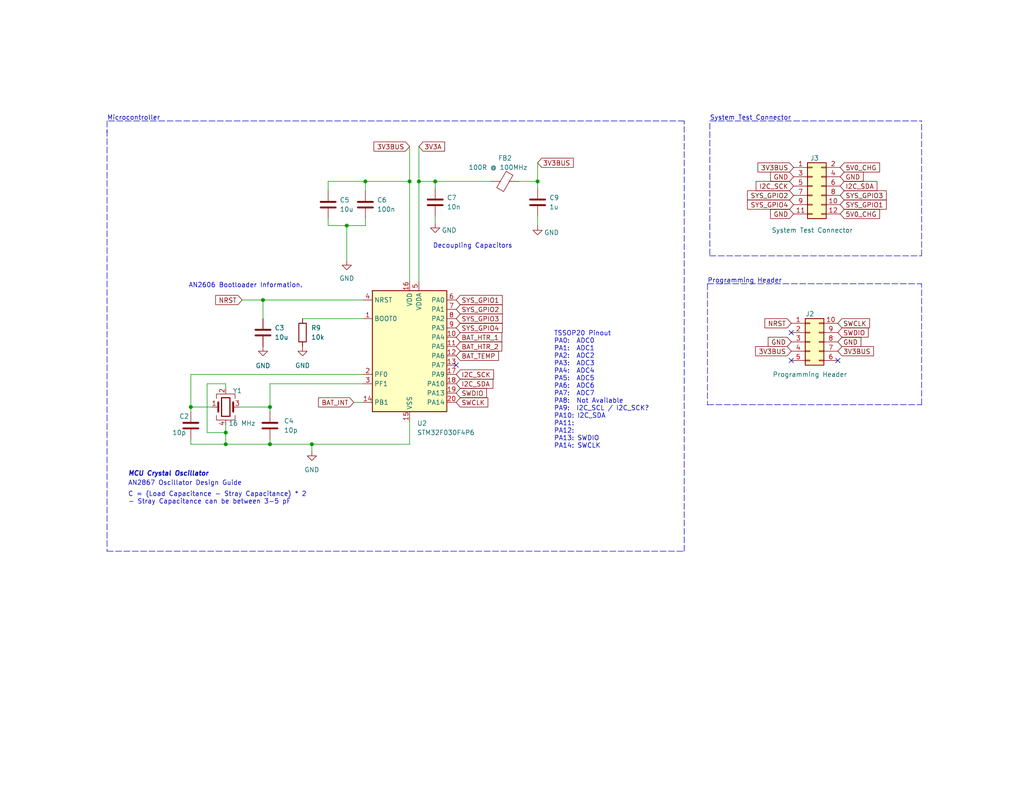
<source format=kicad_sch>
(kicad_sch (version 20211123) (generator eeschema)
  (paper "USLetter")
  (lib_symbols
    (symbol "Connector_Generic:Conn_02x05_Counter_Clockwise" (pin_names (offset 1.016) hide)
      (property "Reference" "J" (at 1.27 7.62 0))
      (property "Value" "Conn_02x05_Counter_Clockwise" (at 1.27 -7.62 0))
      (symbol "Conn_02x05_Counter_Clockwise_1_1"
        (rectangle (start -1.27 -4.953) (end 0 -5.207) (stroke (width 0.1524)))
        (rectangle (start -1.27 -2.413) (end 0 -2.667) (stroke (width 0.1524)))
        (rectangle (start -1.27 0.127) (end 0 -0.127) (stroke (width 0.1524)))
        (rectangle (start -1.27 2.667) (end 0 2.413) (stroke (width 0.1524)))
        (rectangle (start -1.27 5.207) (end 0 4.953) (stroke (width 0.1524)))
        (rectangle (start -1.27 6.35) (end 3.81 -6.35) (stroke (width 0.254)) (fill (type background)))
        (rectangle (start 3.81 -4.953) (end 2.54 -5.207) (stroke (width 0.1524)))
        (rectangle (start 3.81 -2.413) (end 2.54 -2.667) (stroke (width 0.1524)))
        (rectangle (start 3.81 0.127) (end 2.54 -0.127) (stroke (width 0.1524)))
        (rectangle (start 3.81 2.667) (end 2.54 2.413) (stroke (width 0.1524)))
        (rectangle (start 3.81 5.207) (end 2.54 4.953) (stroke (width 0.1524)))
        (pin passive line (at -5.08 5.08 0) (length 3.81) (name "Pin_1") (number "1"))
        (pin passive line (at 7.62 5.08 180) (length 3.81) (name "Pin_10") (number "10"))
        (pin passive line (at -5.08 2.54 0) (length 3.81) (name "Pin_2") (number "2"))
        (pin passive line (at -5.08 0 0) (length 3.81) (name "Pin_3") (number "3"))
        (pin passive line (at -5.08 -2.54 0) (length 3.81) (name "Pin_4") (number "4"))
        (pin passive line (at -5.08 -5.08 0) (length 3.81) (name "Pin_5") (number "5"))
        (pin passive line (at 7.62 -5.08 180) (length 3.81) (name "Pin_6") (number "6"))
        (pin passive line (at 7.62 -2.54 180) (length 3.81) (name "Pin_7") (number "7"))
        (pin passive line (at 7.62 0 180) (length 3.81) (name "Pin_8") (number "8"))
        (pin passive line (at 7.62 2.54 180) (length 3.81) (name "Pin_9") (number "9"))
      )
    )
    (symbol "Connector_Generic:Conn_02x06_Odd_Even" (pin_names (offset 1.016) hide)
      (property "Reference" "J" (at 1.27 7.62 0))
      (property "Value" "Conn_02x06_Odd_Even" (at 1.27 -10.16 0))
      (symbol "Conn_02x06_Odd_Even_1_1"
        (rectangle (start -1.27 -7.493) (end 0 -7.747) (stroke (width 0.1524)))
        (rectangle (start -1.27 -4.953) (end 0 -5.207) (stroke (width 0.1524)))
        (rectangle (start -1.27 -2.413) (end 0 -2.667) (stroke (width 0.1524)))
        (rectangle (start -1.27 0.127) (end 0 -0.127) (stroke (width 0.1524)))
        (rectangle (start -1.27 2.667) (end 0 2.413) (stroke (width 0.1524)))
        (rectangle (start -1.27 5.207) (end 0 4.953) (stroke (width 0.1524)))
        (rectangle (start -1.27 6.35) (end 3.81 -8.89) (stroke (width 0.254)) (fill (type background)))
        (rectangle (start 3.81 -7.493) (end 2.54 -7.747) (stroke (width 0.1524)))
        (rectangle (start 3.81 -4.953) (end 2.54 -5.207) (stroke (width 0.1524)))
        (rectangle (start 3.81 -2.413) (end 2.54 -2.667) (stroke (width 0.1524)))
        (rectangle (start 3.81 0.127) (end 2.54 -0.127) (stroke (width 0.1524)))
        (rectangle (start 3.81 2.667) (end 2.54 2.413) (stroke (width 0.1524)))
        (rectangle (start 3.81 5.207) (end 2.54 4.953) (stroke (width 0.1524)))
        (pin passive line (at -5.08 5.08 0) (length 3.81) (name "Pin_1") (number "1"))
        (pin passive line (at 7.62 -5.08 180) (length 3.81) (name "Pin_10") (number "10"))
        (pin passive line (at -5.08 -7.62 0) (length 3.81) (name "Pin_11") (number "11"))
        (pin passive line (at 7.62 -7.62 180) (length 3.81) (name "Pin_12") (number "12"))
        (pin passive line (at 7.62 5.08 180) (length 3.81) (name "Pin_2") (number "2"))
        (pin passive line (at -5.08 2.54 0) (length 3.81) (name "Pin_3") (number "3"))
        (pin passive line (at 7.62 2.54 180) (length 3.81) (name "Pin_4") (number "4"))
        (pin passive line (at -5.08 0 0) (length 3.81) (name "Pin_5") (number "5"))
        (pin passive line (at 7.62 0 180) (length 3.81) (name "Pin_6") (number "6"))
        (pin passive line (at -5.08 -2.54 0) (length 3.81) (name "Pin_7") (number "7"))
        (pin passive line (at 7.62 -2.54 180) (length 3.81) (name "Pin_8") (number "8"))
        (pin passive line (at -5.08 -5.08 0) (length 3.81) (name "Pin_9") (number "9"))
      )
    )
    (symbol "Device:C" (pin_numbers hide) (pin_names (offset 0.254))
      (property "Reference" "C" (at 0.635 2.54 0))
      (property "Value" "C" (at 0.635 -2.54 0))
      (symbol "C_0_1"
        (polyline (pts (xy -2.032 -0.762) (xy 2.032 -0.762)) (stroke (width 0.508)))
        (polyline (pts (xy -2.032 0.762) (xy 2.032 0.762)) (stroke (width 0.508)))
      )
      (symbol "C_1_1"
        (pin passive line (at 0 3.81 270) (length 2.794) (name "~") (number "1"))
        (pin passive line (at 0 -3.81 90) (length 2.794) (name "~") (number "2"))
      )
    )
    (symbol "Device:Crystal_GND24" (pin_names (offset 1.016) hide)
      (property "Reference" "Y" (at 3.175 5.08 0))
      (property "Value" "Crystal_GND24" (at 3.175 3.175 0))
      (symbol "Crystal_GND24_0_1"
        (rectangle (start -1.143 2.54) (end 1.143 -2.54) (stroke (width 0.3048)))
        (polyline (pts (xy -2.54 0) (xy -2.032 0)))
        (polyline (pts (xy -2.032 -1.27) (xy -2.032 1.27)) (stroke (width 0.508)))
        (polyline (pts (xy 0 -3.81) (xy 0 -3.556)))
        (polyline (pts (xy 0 3.556) (xy 0 3.81)))
        (polyline (pts (xy 2.032 -1.27) (xy 2.032 1.27)) (stroke (width 0.508)))
        (polyline (pts (xy 2.032 0) (xy 2.54 0)))
        (polyline (pts (xy -2.54 -2.286) (xy -2.54 -3.556) (xy 2.54 -3.556) (xy 2.54 -2.286)))
        (polyline (pts (xy -2.54 2.286) (xy -2.54 3.556) (xy 2.54 3.556) (xy 2.54 2.286)))
      )
      (symbol "Crystal_GND24_1_1"
        (pin passive line (at -3.81 0 0) (length 1.27) (name "1") (number "1"))
        (pin passive line (at 0 5.08 270) (length 1.27) (name "2") (number "2"))
        (pin passive line (at 3.81 0 180) (length 1.27) (name "3") (number "3"))
        (pin passive line (at 0 -5.08 90) (length 1.27) (name "4") (number "4"))
      )
    )
    (symbol "Device:FerriteBead" (pin_numbers hide) (pin_names (offset 0))
      (property "Reference" "FB" (at -3.81 0.635 90))
      (property "Value" "FerriteBead" (at 3.81 0 90))
      (symbol "FerriteBead_0_1"
        (polyline (pts (xy 0 -1.27) (xy 0 -1.2192)))
        (polyline (pts (xy 0 1.27) (xy 0 1.2954)))
        (polyline (pts (xy -2.7686 0.4064) (xy -1.7018 2.2606) (xy 2.7686 -0.3048) (xy 1.6764 -2.159) (xy -2.7686 0.4064)))
      )
      (symbol "FerriteBead_1_1"
        (pin passive line (at 0 3.81 270) (length 2.54) (name "~") (number "1"))
        (pin passive line (at 0 -3.81 90) (length 2.54) (name "~") (number "2"))
      )
    )
    (symbol "Device:R" (pin_numbers hide) (pin_names (offset 0))
      (property "Reference" "R" (at 2.032 0 90))
      (property "Value" "R" (at 0 0 90))
      (symbol "R_0_1"
        (rectangle (start -1.016 -2.54) (end 1.016 2.54) (stroke (width 0.254)))
      )
      (symbol "R_1_1"
        (pin passive line (at 0 3.81 270) (length 1.27) (name "~") (number "1"))
        (pin passive line (at 0 -3.81 90) (length 1.27) (name "~") (number "2"))
      )
    )
    (symbol "MCU_ST_STM32F0:STM32F030F4Px"
      (property "Reference" "U" (at -10.16 16.51 0))
      (property "Value" "STM32F030F4Px" (at 5.08 16.51 0))
      (symbol "STM32F030F4Px_0_1"
        (rectangle (start -10.16 -17.78) (end 10.16 15.24) (stroke (width 0.254)) (fill (type background)))
      )
      (symbol "STM32F030F4Px_1_1"
        (pin input line (at -12.7 7.62 0) (length 2.54) (name "BOOT0") (number "1"))
        (pin bidirectional line (at 12.7 2.54 180) (length 2.54) (name "PA4") (number "10"))
        (pin bidirectional line (at 12.7 0 180) (length 2.54) (name "PA5") (number "11"))
        (pin bidirectional line (at 12.7 -2.54 180) (length 2.54) (name "PA6") (number "12"))
        (pin bidirectional line (at 12.7 -5.08 180) (length 2.54) (name "PA7") (number "13"))
        (pin bidirectional line (at -12.7 -15.24 0) (length 2.54) (name "PB1") (number "14"))
        (pin power_in line (at 0 -20.32 90) (length 2.54) (name "VSS") (number "15"))
        (pin power_in line (at 0 17.78 270) (length 2.54) (name "VDD") (number "16"))
        (pin bidirectional line (at 12.7 -7.62 180) (length 2.54) (name "PA9") (number "17"))
        (pin bidirectional line (at 12.7 -10.16 180) (length 2.54) (name "PA10") (number "18"))
        (pin bidirectional line (at 12.7 -12.7 180) (length 2.54) (name "PA13") (number "19"))
        (pin input line (at -12.7 -7.62 0) (length 2.54) (name "PF0") (number "2"))
        (pin bidirectional line (at 12.7 -15.24 180) (length 2.54) (name "PA14") (number "20"))
        (pin input line (at -12.7 -10.16 0) (length 2.54) (name "PF1") (number "3"))
        (pin input line (at -12.7 12.7 0) (length 2.54) (name "NRST") (number "4"))
        (pin power_in line (at 2.54 17.78 270) (length 2.54) (name "VDDA") (number "5"))
        (pin bidirectional line (at 12.7 12.7 180) (length 2.54) (name "PA0") (number "6"))
        (pin bidirectional line (at 12.7 10.16 180) (length 2.54) (name "PA1") (number "7"))
        (pin bidirectional line (at 12.7 7.62 180) (length 2.54) (name "PA2") (number "8"))
        (pin bidirectional line (at 12.7 5.08 180) (length 2.54) (name "PA3") (number "9"))
      )
    )
    (symbol "power:GND" (power) (pin_names (offset 0))
      (property "Value" "GND" (at 0 -3.81 0))
      (symbol "GND_0_1"
        (polyline (pts (xy 0 0) (xy 0 -1.27) (xy 1.27 -1.27) (xy 0 -2.54) (xy -1.27 -1.27) (xy 0 -1.27)))
      )
      (symbol "GND_1_1"
        (pin power_in line (at 0 0 270) (length 0) hide (name "GND") (number "1"))
      )
    )
  )
  (junction (at 99.695 49.53))
  (junction (at 73.66 111.125))
  (junction (at 111.76 49.53))
  (junction (at 146.685 49.53))
  (junction (at 61.595 118.11))
  (junction (at 85.09 121.285))
  (junction (at 61.595 121.285))
  (junction (at 118.745 49.53))
  (junction (at 73.66 121.285))
  (junction (at 94.615 61.595))
  (junction (at 71.755 81.915))
  (junction (at 114.3 49.53))
  (junction (at 52.07 111.125))
  (no_connect (at 228.6 98.425))
  (no_connect (at 215.9 90.805))
  (no_connect (at 215.9 98.425))
  (no_connect (at 124.46 99.695))
  (wire (pts (xy 114.3 40.005) (xy 114.3 49.53)))
  (wire (pts (xy 71.755 81.915) (xy 99.06 81.915)))
  (wire (pts (xy 57.785 111.125) (xy 52.07 111.125)))
  (wire (pts (xy 73.66 120.015) (xy 73.66 121.285)))
  (polyline (pts (xy 193.675 33.655) (xy 193.675 69.85)))
  (wire (pts (xy 61.595 118.11) (xy 61.595 121.285)))
  (wire (pts (xy 99.695 59.69) (xy 99.695 61.595)))
  (wire (pts (xy 56.515 104.775) (xy 56.515 118.11)))
  (wire (pts (xy 73.66 111.125) (xy 73.66 112.395)))
  (wire (pts (xy 94.615 61.595) (xy 99.695 61.595)))
  (wire (pts (xy 111.76 121.285) (xy 85.09 121.285)))
  (wire (pts (xy 61.595 106.045) (xy 61.595 104.775)))
  (wire (pts (xy 146.685 59.055) (xy 146.685 61.595)))
  (wire (pts (xy 118.745 49.53) (xy 118.745 51.435)))
  (wire (pts (xy 89.535 59.69) (xy 89.535 61.595)))
  (wire (pts (xy 89.535 49.53) (xy 99.695 49.53)))
  (polyline (pts (xy 193.04 77.47) (xy 251.46 77.47)))
  (wire (pts (xy 71.755 81.915) (xy 71.755 86.995)))
  (wire (pts (xy 66.04 81.915) (xy 71.755 81.915)))
  (wire (pts (xy 73.66 121.285) (xy 61.595 121.285)))
  (polyline (pts (xy 186.69 33.02) (xy 29.21 33.02)))
  (wire (pts (xy 52.07 111.125) (xy 52.07 112.395)))
  (wire (pts (xy 118.745 49.53) (xy 114.3 49.53)))
  (wire (pts (xy 82.55 86.995) (xy 99.06 86.995)))
  (wire (pts (xy 89.535 49.53) (xy 89.535 52.07)))
  (wire (pts (xy 146.685 49.53) (xy 146.685 51.435)))
  (wire (pts (xy 96.52 109.855) (xy 99.06 109.855)))
  (wire (pts (xy 89.535 61.595) (xy 94.615 61.595)))
  (wire (pts (xy 146.685 44.45) (xy 146.685 49.53)))
  (polyline (pts (xy 251.46 110.49) (xy 251.46 77.47)))
  (polyline (pts (xy 193.675 33.02) (xy 251.46 33.02)))
  (wire (pts (xy 56.515 118.11) (xy 61.595 118.11)))
  (wire (pts (xy 111.76 49.53) (xy 111.76 76.835)))
  (wire (pts (xy 65.405 111.125) (xy 73.66 111.125)))
  (polyline (pts (xy 193.675 69.85) (xy 251.46 69.85)))
  (wire (pts (xy 111.76 40.005) (xy 111.76 49.53)))
  (wire (pts (xy 73.66 104.775) (xy 99.06 104.775)))
  (wire (pts (xy 114.3 49.53) (xy 114.3 76.835)))
  (polyline (pts (xy 251.46 69.85) (xy 251.46 33.02)))
  (wire (pts (xy 111.76 114.935) (xy 111.76 121.285)))
  (wire (pts (xy 99.695 49.53) (xy 99.695 52.07)))
  (wire (pts (xy 52.07 120.015) (xy 52.07 121.285)))
  (wire (pts (xy 52.07 121.285) (xy 61.595 121.285)))
  (polyline (pts (xy 29.21 150.495) (xy 186.69 150.495)))
  (polyline (pts (xy 193.04 110.49) (xy 251.46 110.49)))
  (polyline (pts (xy 29.21 35.56) (xy 29.21 150.495)))
  (polyline (pts (xy 29.21 33.02) (xy 29.21 36.195)))
  (wire (pts (xy 85.09 123.19) (xy 85.09 121.285)))
  (wire (pts (xy 73.66 104.775) (xy 73.66 111.125)))
  (wire (pts (xy 52.07 102.235) (xy 99.06 102.235)))
  (wire (pts (xy 61.595 104.775) (xy 56.515 104.775)))
  (polyline (pts (xy 186.69 150.495) (xy 186.69 33.02)))
  (polyline (pts (xy 193.04 77.47) (xy 193.04 110.49)))
  (wire (pts (xy 141.605 49.53) (xy 146.685 49.53)))
  (wire (pts (xy 61.595 118.11) (xy 61.595 116.205)))
  (wire (pts (xy 52.07 102.235) (xy 52.07 111.125)))
  (wire (pts (xy 118.745 49.53) (xy 133.985 49.53)))
  (wire (pts (xy 99.695 49.53) (xy 111.76 49.53)))
  (wire (pts (xy 85.09 121.285) (xy 73.66 121.285)))
  (wire (pts (xy 94.615 61.595) (xy 94.615 71.12)))
  (wire (pts (xy 118.745 59.055) (xy 118.745 60.96)))
  (text "System Test Connector" (at 193.675 33.02 0) (effects (font (size 1.27 1.27)) (justify left bottom)))
  (text "AN2867 Oscillator Design Guide" (at 34.925 132.715 0) (effects (font (size 1.27 1.27)) (justify left bottom)))
  (text "C = (Load Capacitance - Stray Capacitance) * 2\n- Stray Capacitance can be between 3-5 pF" (at 34.925 137.795 0) (effects (font (size 1.27 1.27)) (justify left bottom)))
  (text "Programming Header" (at 193.04 77.47 0) (effects (font (size 1.27 1.27)) (justify left bottom)))
  (text "Decoupling Capacitors" (at 118.11 67.945 0) (effects (font (size 1.27 1.27)) (justify left bottom)))
  (text "TSSOP20 Pinout\nPA0:  ADC0\nPA1:  ADC1\nPA2:  ADC2\nPA3:  ADC3\nPA4:  ADC4\nPA5:  ADC5\nPA6:  ADC6\nPA7:  ADC7\nPA8:  Not Available\nPA9:  I2C_SCL / I2C_SCK?\nPA10: I2C_SDA\nPA11: \nPA12: \nPA13: SWDIO\nPA14: SWCLK" (at 151.13 122.555 0) (effects (font (size 1.27 1.27)) (justify left bottom)))
  (text "MCU Crystal Oscillator" (at 34.925 130.175 0) (effects (font (size 1.27 1.27) bold italic) (justify left bottom)))
  (text "Microcontroller" (at 29.21 33.02 0) (effects (font (size 1.27 1.27)) (justify left bottom)))
  (text "AN2606 Bootloader Information." (at 51.435 78.74 0) (effects (font (size 1.27 1.27)) (justify left bottom)))
  (global_label "I2C_SDA" (shape input) (at 124.46 104.775 0) (property "Intersheet References" "${INTERSHEET_REFS}" (effects hide)))
  (global_label "SYS_GPIO4" (shape input) (at 216.535 55.88 180) (property "Intersheet References" "${INTERSHEET_REFS}" (effects hide)))
  (global_label "SWDIO" (shape input) (at 124.46 107.315 0) (property "Intersheet References" "${INTERSHEET_REFS}" (effects hide)))
  (global_label "GND" (shape input) (at 229.235 48.26 0) (property "Intersheet References" "${INTERSHEET_REFS}" (effects hide)))
  (global_label "NRST" (shape input) (at 215.9 88.265 180) (property "Intersheet References" "${INTERSHEET_REFS}" (effects hide)))
  (global_label "NRST" (shape input) (at 66.04 81.915 180) (property "Intersheet References" "${INTERSHEET_REFS}" (effects hide)))
  (global_label "SWCLK" (shape input) (at 228.6 88.265 0) (property "Intersheet References" "${INTERSHEET_REFS}" (effects hide)))
  (global_label "I2C_SDA" (shape input) (at 229.235 50.8 0) (property "Intersheet References" "${INTERSHEET_REFS}" (effects hide)))
  (global_label "3V3A" (shape input) (at 114.3 40.005 0) (property "Intersheet References" "${INTERSHEET_REFS}" (effects hide)))
  (global_label "3V3BUS" (shape input) (at 228.6 95.885 0) (property "Intersheet References" "${INTERSHEET_REFS}" (effects hide)))
  (global_label "SYS_GPIO2" (shape input) (at 216.535 53.34 180) (property "Intersheet References" "${INTERSHEET_REFS}" (effects hide)))
  (global_label "GND" (shape input) (at 216.535 58.42 180) (property "Intersheet References" "${INTERSHEET_REFS}" (effects hide)))
  (global_label "I2C_SCK" (shape input) (at 124.46 102.235 0) (property "Intersheet References" "${INTERSHEET_REFS}" (effects hide)))
  (global_label "3V3BUS" (shape input) (at 216.535 45.72 180) (property "Intersheet References" "${INTERSHEET_REFS}" (effects hide)))
  (global_label "5V0_CHG" (shape input) (at 229.235 45.72 0) (property "Intersheet References" "${INTERSHEET_REFS}" (effects hide)))
  (global_label "SWDIO" (shape input) (at 228.6 90.805 0) (property "Intersheet References" "${INTERSHEET_REFS}" (effects hide)))
  (global_label "GND" (shape input) (at 216.535 48.26 180) (property "Intersheet References" "${INTERSHEET_REFS}" (effects hide)))
  (global_label "GND" (shape input) (at 215.9 93.345 180) (property "Intersheet References" "${INTERSHEET_REFS}" (effects hide)))
  (global_label "SYS_GPIO2" (shape input) (at 124.46 84.455 0) (property "Intersheet References" "${INTERSHEET_REFS}" (effects hide)))
  (global_label "3V3BUS" (shape input) (at 215.9 95.885 180) (property "Intersheet References" "${INTERSHEET_REFS}" (effects hide)))
  (global_label "SYS_GPIO1" (shape input) (at 229.235 55.88 0) (property "Intersheet References" "${INTERSHEET_REFS}" (effects hide)))
  (global_label "5V0_CHG" (shape input) (at 229.235 58.42 0) (property "Intersheet References" "${INTERSHEET_REFS}" (effects hide)))
  (global_label "BAT_TEMP" (shape input) (at 124.46 97.155 0) (property "Intersheet References" "${INTERSHEET_REFS}" (effects hide)))
  (global_label "BAT_HTR_2" (shape input) (at 124.46 94.615 0) (property "Intersheet References" "${INTERSHEET_REFS}" (effects hide)))
  (global_label "3V3BUS" (shape input) (at 146.685 44.45 0) (property "Intersheet References" "${INTERSHEET_REFS}" (effects hide)))
  (global_label "BAT_HTR_1" (shape input) (at 124.46 92.075 0) (property "Intersheet References" "${INTERSHEET_REFS}" (effects hide)))
  (global_label "BAT_INT" (shape input) (at 96.52 109.855 180) (property "Intersheet References" "${INTERSHEET_REFS}" (effects hide)))
  (global_label "I2C_SCK" (shape input) (at 216.535 50.8 180) (property "Intersheet References" "${INTERSHEET_REFS}" (effects hide)))
  (global_label "GND" (shape input) (at 228.6 93.345 0) (property "Intersheet References" "${INTERSHEET_REFS}" (effects hide)))
  (global_label "SWCLK" (shape input) (at 124.46 109.855 0) (property "Intersheet References" "${INTERSHEET_REFS}" (effects hide)))
  (global_label "SYS_GPIO1" (shape input) (at 124.46 81.915 0) (property "Intersheet References" "${INTERSHEET_REFS}" (effects hide)))
  (global_label "SYS_GPIO4" (shape input) (at 124.46 89.535 0) (property "Intersheet References" "${INTERSHEET_REFS}" (effects hide)))
  (global_label "SYS_GPIO3" (shape input) (at 229.235 53.34 0) (property "Intersheet References" "${INTERSHEET_REFS}" (effects hide)))
  (global_label "3V3BUS" (shape input) (at 111.76 40.005 180) (property "Intersheet References" "${INTERSHEET_REFS}" (effects hide)))
  (global_label "SYS_GPIO3" (shape input) (at 124.46 86.995 0) (property "Intersheet References" "${INTERSHEET_REFS}" (effects hide)))
  (symbol (lib_id "power:GND") (at 71.755 94.615 0) (unit 1)
    (property "Reference" "#PWR0106" (effects hide))
    (property "Value" "GND" (at 71.755 99.8474 0))
  )
  (symbol (lib_id "Device:FerriteBead") (at 137.795 49.53 90) (unit 1)
    (property "Reference" "FB2" (at 137.795 43.18 90))
    (property "Value" "100R @ 100MHz" (at 135.89 45.72 90))
    (property "Footprint" "Inductor_SMD:L_0402_1005Metric" (effects hide))
  )
  (symbol (lib_id "Device:C") (at 118.745 55.245 0) (unit 1)
    (property "Reference" "C7" (at 121.92 53.9749 0) (effects (justify left)))
    (property "Value" "10n" (at 121.92 56.5149 0) (effects (justify left)))
    (property "Footprint" "Capacitor_SMD:C_0402_1005Metric" (effects hide))
  )
  (symbol (lib_id "Connector_Generic:Conn_02x06_Odd_Even") (at 221.615 50.8 0) (unit 1)
    (property "Reference" "J3" (at 222.25 43.18 0))
    (property "Value" "System Test Connector" (at 221.615 62.865 0))
    (property "Footprint" "Connector_PinSocket_2.54mm:PinSocket_2x06_P2.54mm_Vertical" (effects hide))
  )
  (symbol (lib_id "Device:C") (at 146.685 55.245 0) (unit 1)
    (property "Reference" "C9" (at 149.86 53.9749 0) (effects (justify left)))
    (property "Value" "1u" (at 149.86 56.5149 0) (effects (justify left)))
    (property "Footprint" "Capacitor_SMD:C_0402_1005Metric" (effects hide))
  )
  (symbol (lib_id "power:GND") (at 82.55 94.615 0) (unit 1)
    (property "Reference" "#PWR0105" (effects hide))
    (property "Value" "GND" (at 82.55 99.7966 0))
  )
  (symbol (lib_id "Device:C") (at 71.755 90.805 0) (unit 1)
    (property "Reference" "C3" (at 74.93 89.5349 0) (effects (justify left)))
    (property "Value" "10u" (at 74.93 92.0749 0) (effects (justify left)))
    (property "Footprint" "Capacitor_SMD:C_0402_1005Metric" (effects hide))
  )
  (symbol (lib_id "Device:C") (at 99.695 55.88 0) (unit 1)
    (property "Reference" "C6" (at 102.87 54.6099 0) (effects (justify left)))
    (property "Value" "100n" (at 102.87 57.1499 0) (effects (justify left)))
    (property "Footprint" "Capacitor_SMD:C_0402_1005Metric" (effects hide))
  )
  (symbol (lib_id "Connector_Generic:Conn_02x05_Counter_Clockwise") (at 220.98 93.345 0) (unit 1)
    (property "Reference" "J2" (at 220.98 85.725 0))
    (property "Value" "Programming Header" (at 220.98 102.235 0))
    (property "Footprint" "Connector_PinSocket_2.54mm:PinSocket_2x05_P2.54mm_Vertical" (effects hide))
  )
  (symbol (lib_id "Device:C") (at 89.535 55.88 0) (unit 1)
    (property "Reference" "C5" (at 92.6846 54.6099 0) (effects (justify left)))
    (property "Value" "10u" (at 92.6846 57.1499 0) (effects (justify left)))
    (property "Footprint" "Capacitor_SMD:C_0402_1005Metric" (effects hide))
  )
  (symbol (lib_id "MCU_ST_STM32F0:STM32F030F4Px") (at 111.76 94.615 0) (unit 1)
    (property "Reference" "U2" (at 113.7794 115.57 0) (effects (justify left)))
    (property "Value" "STM32F030F4P6" (at 113.7794 118.11 0) (effects (justify left)))
    (property "Footprint" "Package_SO:TSSOP-20_4.4x6.5mm_P0.65mm" (effects hide))
    (property "Datasheet" "http://www.st.com/st-web-ui/static/active/en/resource/technical/document/datasheet/DM00088500.pdf" (effects hide))
  )
  (symbol (lib_id "power:GND") (at 146.685 61.595 0) (unit 1)
    (property "Reference" "#PWR0110" (effects hide))
    (property "Value" "GND" (at 150.495 63.5 0))
  )
  (symbol (lib_id "Device:R") (at 82.55 90.805 0) (unit 1)
    (property "Reference" "R9" (at 84.8868 89.5349 0) (effects (justify left)))
    (property "Value" "10k" (at 84.8868 92.0749 0) (effects (justify left)))
    (property "Footprint" "Resistor_SMD:R_0402_1005Metric" (effects hide))
  )
  (symbol (lib_id "Device:Crystal_GND24") (at 61.595 111.125 0) (unit 1)
    (property "Reference" "Y1" (at 64.77 106.68 0))
    (property "Value" "16 MHz" (at 66.04 115.57 0))
    (property "Footprint" "Crystal:Crystal_SMD_3225-4Pin_3.2x2.5mm" (effects hide))
    (property "Datasheet" "https://www.lcsc.com/product-detail/SMD-Crystals_Yangxing-Tech-X322516MMB4SI_C112972.html" (effects hide))
  )
  (symbol (lib_id "power:GND") (at 85.09 123.19 0) (unit 1)
    (property "Reference" "#PWR0109" (effects hide))
    (property "Value" "GND" (at 85.09 128.27 0))
  )
  (symbol (lib_id "power:GND") (at 118.745 60.96 0) (unit 1)
    (property "Reference" "#PWR0107" (effects hide))
    (property "Value" "GND" (at 122.555 62.865 0))
  )
  (symbol (lib_id "Device:C") (at 73.66 116.205 0) (unit 1)
    (property "Reference" "C4" (at 77.47 114.9349 0) (effects (justify left)))
    (property "Value" "10p" (at 77.47 117.4749 0) (effects (justify left)))
    (property "Footprint" "Capacitor_SMD:C_0402_1005Metric" (effects hide))
  )
  (symbol (lib_id "Device:C") (at 52.07 116.205 0) (unit 1)
    (property "Reference" "C2" (at 48.895 113.665 0) (effects (justify left)))
    (property "Value" "10p" (at 46.99 118.11 0) (effects (justify left)))
    (property "Footprint" "Capacitor_SMD:C_0402_1005Metric" (effects hide))
  )
  (symbol (lib_id "power:GND") (at 94.615 71.12 0) (unit 1)
    (property "Reference" "#PWR0108" (effects hide))
    (property "Value" "GND" (at 94.615 75.9968 0))
  )
)
</source>
